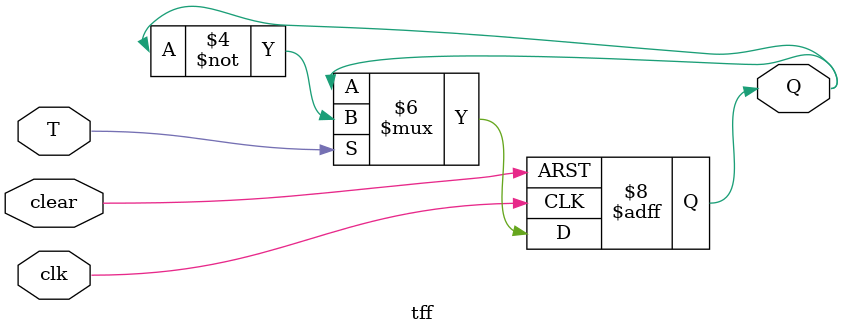
<source format=v>
module ring4bit(clear, clk, Q);
input clear, clk;
output [3:0] Q;
reg [3:0] temp;

always @ (posedge clk or negedge clear)
begin
  if (!clear)
    temp <= 4'b0001;           // Initial state
  else
    temp <= {temp[2:0], temp[3]}; // Rotate left
end

assign Q = temp;
endmodule


module tff (Q, T, clear, clk);
input T, clear, clk;
output reg Q;
always @ (posedge clk or negedge clear)
begin
  if (clear == 0)
    Q <= 0;
  else if (T == 1)
    Q <= ~Q;
  else
    Q <= Q;
end
endmodule

</source>
